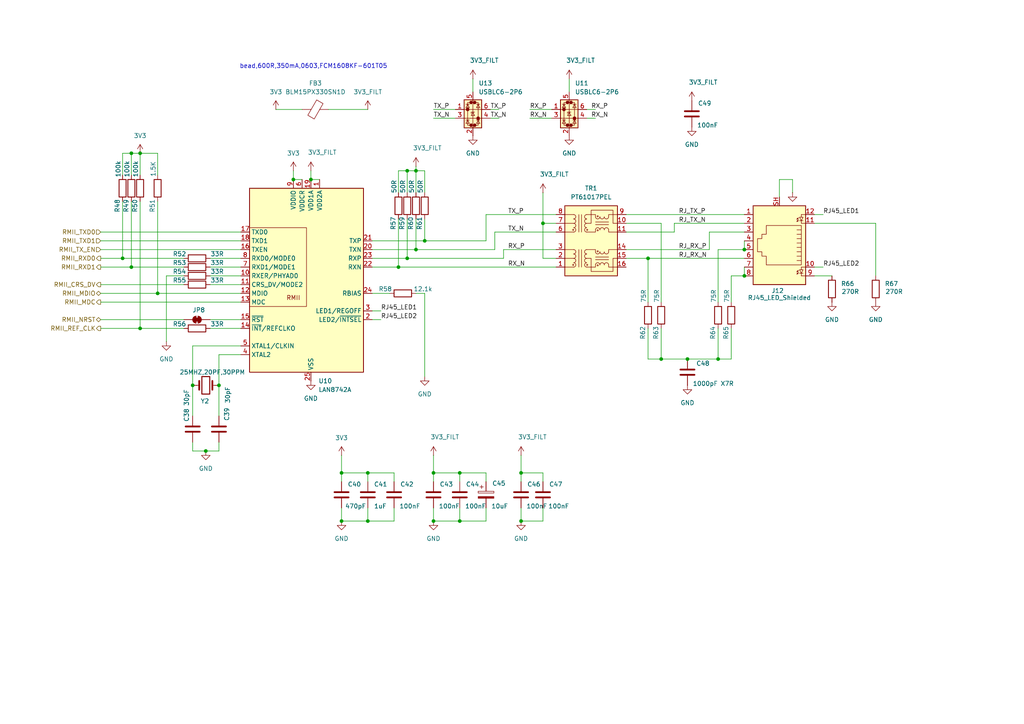
<source format=kicad_sch>
(kicad_sch (version 20231120) (generator "eeschema") (generator_version "8.0")
  (paper "A4")
  (lib_symbols
    (symbol "Connector:RJ45_LED_Shielded" (pin_names (offset 1.016))
      (property "Reference" "J" (at -5.08 13.97 0))
      (property "Value" "RJ45_LED_Shielded" (at 1.27 13.97 0))
      (symbol "RJ45_LED_Shielded_0_1"
        (polyline (pts (xy -7.62 -7.62) (xy -6.35 -7.62)))
        (polyline (pts (xy -7.62 -5.08) (xy -6.35 -5.08)))
        (polyline (pts (xy -7.62 7.62) (xy -6.35 7.62)))
        (polyline (pts (xy -7.62 10.16) (xy -6.35 10.16)))
        (polyline (pts (xy -6.858 -5.842) (xy -5.842 -5.842)))
        (polyline (pts (xy -6.858 9.398) (xy -5.842 9.398)))
        (polyline (pts (xy -6.35 -7.62) (xy -6.35 -6.858)))
        (polyline (pts (xy -6.35 -5.08) (xy -6.35 -5.842)))
        (polyline (pts (xy -6.35 7.62) (xy -6.35 8.382)))
        (polyline (pts (xy -6.35 10.16) (xy -6.35 9.398)))
        (polyline (pts (xy -5.08 -6.223) (xy -5.207 -6.604)))
        (polyline (pts (xy -5.08 -5.588) (xy -5.207 -5.969)))
        (polyline (pts (xy -5.08 4.445) (xy -6.35 4.445)))
        (polyline (pts (xy -5.08 5.715) (xy -6.35 5.715)))
        (polyline (pts (xy -5.08 9.017) (xy -5.207 8.636)))
        (polyline (pts (xy -5.08 9.652) (xy -5.207 9.271)))
        (polyline (pts (xy -6.35 -3.175) (xy -5.08 -3.175) (xy -5.08 -3.175)))
        (polyline (pts (xy -6.35 -1.905) (xy -5.08 -1.905) (xy -5.08 -1.905)))
        (polyline (pts (xy -6.35 -0.635) (xy -5.08 -0.635) (xy -5.08 -0.635)))
        (polyline (pts (xy -6.35 0.635) (xy -5.08 0.635) (xy -5.08 0.635)))
        (polyline (pts (xy -6.35 1.905) (xy -5.08 1.905) (xy -5.08 1.905)))
        (polyline (pts (xy -5.588 -6.731) (xy -5.08 -6.223) (xy -5.461 -6.35)))
        (polyline (pts (xy -5.588 -6.096) (xy -5.08 -5.588) (xy -5.461 -5.715)))
        (polyline (pts (xy -5.588 8.509) (xy -5.08 9.017) (xy -5.461 8.89)))
        (polyline (pts (xy -5.588 9.144) (xy -5.08 9.652) (xy -5.461 9.525)))
        (polyline (pts (xy -5.08 3.175) (xy -6.35 3.175) (xy -6.35 3.175)))
        (polyline (pts (xy -6.35 -5.842) (xy -6.858 -6.858) (xy -5.842 -6.858) (xy -6.35 -5.842)))
        (polyline (pts (xy -6.35 9.398) (xy -6.858 8.382) (xy -5.842 8.382) (xy -6.35 9.398)))
        (polyline (pts (xy -6.35 -4.445) (xy -6.35 6.985) (xy 3.81 6.985) (xy 3.81 4.445) (xy 5.08 4.445) (xy 5.08 3.175) (xy 6.35 3.175) (xy 6.35 -0.635) (xy 5.08 -0.635) (xy 5.08 -1.905) (xy 3.81 -1.905) (xy 3.81 -4.445) (xy -6.35 -4.445) (xy -6.35 -4.445)))
        (rectangle (start 7.62 12.7) (end -7.62 -10.16) (stroke (width 0.254)) (fill (type background)))
      )
      (symbol "RJ45_LED_Shielded_1_1"
        (pin passive line (at 10.16 -7.62 180) (length 2.54) (name "~") (number "1"))
        (pin passive line (at -10.16 7.62 0) (length 2.54) (name "~") (number "10"))
        (pin passive line (at -10.16 -5.08 0) (length 2.54) (name "~") (number "11"))
        (pin passive line (at -10.16 -7.62 0) (length 2.54) (name "~") (number "12"))
        (pin passive line (at 10.16 -5.08 180) (length 2.54) (name "~") (number "2"))
        (pin passive line (at 10.16 -2.54 180) (length 2.54) (name "~") (number "3"))
        (pin passive line (at 10.16 0 180) (length 2.54) (name "~") (number "4"))
        (pin passive line (at 10.16 2.54 180) (length 2.54) (name "~") (number "5"))
        (pin passive line (at 10.16 5.08 180) (length 2.54) (name "~") (number "6"))
        (pin passive line (at 10.16 7.62 180) (length 2.54) (name "~") (number "7"))
        (pin passive line (at 10.16 10.16 180) (length 2.54) (name "~") (number "8"))
        (pin passive line (at -10.16 10.16 0) (length 2.54) (name "~") (number "9"))
        (pin passive line (at 0 -12.7 90) (length 2.54) (name "~") (number "SH"))
      )
    )
    (symbol "Device:C" (pin_numbers hide) (pin_names (offset 0.254))
      (property "Reference" "C" (at 0.635 2.54 0))
      (property "Value" "C" (at 0.635 -2.54 0))
      (symbol "C_0_1"
        (polyline (pts (xy -2.032 -0.762) (xy 2.032 -0.762)) (stroke (width 0.508)))
        (polyline (pts (xy -2.032 0.762) (xy 2.032 0.762)) (stroke (width 0.508)))
      )
      (symbol "C_1_1"
        (pin passive line (at 0 3.81 270) (length 2.794) (name "~") (number "1"))
        (pin passive line (at 0 -3.81 90) (length 2.794) (name "~") (number "2"))
      )
    )
    (symbol "Device:C_Polarized" (pin_numbers hide) (pin_names (offset 0.254))
      (property "Reference" "C" (at 0.635 2.54 0))
      (property "Value" "C_Polarized" (at 0.635 -2.54 0))
      (symbol "C_Polarized_0_1"
        (rectangle (start -2.286 0.508) (end 2.286 1.016))
        (polyline (pts (xy -1.778 2.286) (xy -0.762 2.286)))
        (polyline (pts (xy -1.27 2.794) (xy -1.27 1.778)))
        (rectangle (start 2.286 -0.508) (end -2.286 -1.016) (fill (type outline)))
      )
      (symbol "C_Polarized_1_1"
        (pin passive line (at 0 3.81 270) (length 2.794) (name "~") (number "1"))
        (pin passive line (at 0 -3.81 90) (length 2.794) (name "~") (number "2"))
      )
    )
    (symbol "Device:Crystal" (pin_numbers hide) (pin_names (offset 1.016) hide)
      (property "Reference" "Y" (at 0 3.81 0))
      (property "Value" "Crystal" (at 0 -3.81 0))
      (symbol "Crystal_0_1"
        (rectangle (start -1.143 2.54) (end 1.143 -2.54) (stroke (width 0.3048)))
        (polyline (pts (xy -2.54 0) (xy -1.905 0)))
        (polyline (pts (xy -1.905 -1.27) (xy -1.905 1.27)) (stroke (width 0.508)))
        (polyline (pts (xy 1.905 -1.27) (xy 1.905 1.27)) (stroke (width 0.508)))
        (polyline (pts (xy 2.54 0) (xy 1.905 0)))
      )
      (symbol "Crystal_1_1"
        (pin passive line (at -3.81 0 0) (length 1.27) (name "1") (number "1"))
        (pin passive line (at 3.81 0 180) (length 1.27) (name "2") (number "2"))
      )
    )
    (symbol "Device:FerriteBead" (pin_numbers hide) (pin_names (offset 0))
      (property "Reference" "FB" (at -3.81 0.635 90))
      (property "Value" "FerriteBead" (at 3.81 0 90))
      (symbol "FerriteBead_0_1"
        (polyline (pts (xy 0 -1.27) (xy 0 -1.2192)))
        (polyline (pts (xy 0 1.27) (xy 0 1.2954)))
        (polyline (pts (xy -2.7686 0.4064) (xy -1.7018 2.2606) (xy 2.7686 -0.3048) (xy 1.6764 -2.159) (xy -2.7686 0.4064)))
      )
      (symbol "FerriteBead_1_1"
        (pin passive line (at 0 3.81 270) (length 2.54) (name "~") (number "1"))
        (pin passive line (at 0 -3.81 90) (length 2.54) (name "~") (number "2"))
      )
    )
    (symbol "Device:R" (pin_numbers hide) (pin_names (offset 0))
      (property "Reference" "R" (at 2.032 0 90))
      (property "Value" "R" (at 0 0 90))
      (symbol "R_0_1"
        (rectangle (start -1.016 -2.54) (end 1.016 2.54) (stroke (width 0.254)))
      )
      (symbol "R_1_1"
        (pin passive line (at 0 3.81 270) (length 1.27) (name "~") (number "1"))
        (pin passive line (at 0 -3.81 90) (length 1.27) (name "~") (number "2"))
      )
    )
    (symbol "Interface_Ethernet:LAN8742A"
      (property "Reference" "U" (at -13.97 29.21 0))
      (property "Value" "LAN8742A" (at 15.24 29.21 0))
      (symbol "LAN8742A_0_0"
        (text "RMII" (at -5.08 -3.81 0) (effects (font (size 1.27 1.27))))
      )
      (symbol "LAN8742A_0_1"
        (rectangle (start -17.78 27.94) (end 15.24 -25.4) (stroke (width 0.254)) (fill (type background)))
        (polyline (pts (xy -17.78 -6.35) (xy -1.27 -6.35) (xy -1.27 16.51) (xy -17.78 16.51)))
      )
      (symbol "LAN8742A_1_1"
        (pin power_in line (at 2.54 30.48 270) (length 2.54) (name "VDD2A") (number "1"))
        (pin output line (at -20.32 2.54 0) (length 2.54) (name "RXER/PHYAD0") (number "10"))
        (pin bidirectional line (at -20.32 0 0) (length 2.54) (name "CRS_DV/MODE2") (number "11"))
        (pin bidirectional line (at -20.32 -2.54 0) (length 2.54) (name "MDIO") (number "12"))
        (pin input line (at -20.32 -5.08 0) (length 2.54) (name "MDC") (number "13"))
        (pin output line (at -20.32 -12.7 0) (length 2.54) (name "~{INT}/REFCLKO") (number "14"))
        (pin input line (at -20.32 -10.16 0) (length 2.54) (name "~{RST}") (number "15"))
        (pin input line (at -20.32 10.16 0) (length 2.54) (name "TXEN") (number "16"))
        (pin input line (at -20.32 15.24 0) (length 2.54) (name "TXD0") (number "17"))
        (pin input line (at -20.32 12.7 0) (length 2.54) (name "TXD1") (number "18"))
        (pin power_in line (at 0 30.48 270) (length 2.54) (name "VDD1A") (number "19"))
        (pin bidirectional line (at 17.78 -10.16 180) (length 2.54) (name "LED2/~{INTSEL}") (number "2"))
        (pin passive line (at 17.78 10.16 180) (length 2.54) (name "TXN") (number "20"))
        (pin passive line (at 17.78 12.7 180) (length 2.54) (name "TXP") (number "21"))
        (pin passive line (at 17.78 5.08 180) (length 2.54) (name "RXN") (number "22"))
        (pin passive line (at 17.78 7.62 180) (length 2.54) (name "RXP") (number "23"))
        (pin passive line (at 17.78 -2.54 180) (length 2.54) (name "RBIAS") (number "24"))
        (pin power_in line (at 0 -27.94 90) (length 2.54) (name "VSS") (number "25"))
        (pin bidirectional line (at 17.78 -7.62 180) (length 2.54) (name "LED1/REGOFF") (number "3"))
        (pin output line (at -20.32 -20.32 0) (length 2.54) (name "XTAL2") (number "4"))
        (pin input line (at -20.32 -17.78 0) (length 2.54) (name "XTAL1/CLKIN") (number "5"))
        (pin power_in line (at -2.54 30.48 270) (length 2.54) (name "VDDCR") (number "6"))
        (pin bidirectional line (at -20.32 5.08 0) (length 2.54) (name "RXD1/MODE1") (number "7"))
        (pin bidirectional line (at -20.32 7.62 0) (length 2.54) (name "RXD0/MODE0") (number "8"))
        (pin power_in line (at -5.08 30.48 270) (length 2.54) (name "VDDIO") (number "9"))
      )
    )
    (symbol "Jumper:SolderJumper_2_Bridged" (pin_numbers hide) (pin_names (offset 0) hide) (exclude_from_sim yes) (in_bom no)
      (property "Reference" "JP" (at 0 2.032 0))
      (property "Value" "SolderJumper_2_Bridged" (at 0 -2.54 0))
      (symbol "SolderJumper_2_Bridged_0_1"
        (rectangle (start -0.508 0.508) (end 0.508 -0.508) (fill (type outline)))
        (arc (start -0.254 1.016) (mid -1.2656 0) (end -0.254 -1.016))
        (arc (start -0.254 1.016) (mid -1.2656 0) (end -0.254 -1.016) (fill (type outline)))
        (polyline (pts (xy -0.254 1.016) (xy -0.254 -1.016)))
        (polyline (pts (xy 0.254 1.016) (xy 0.254 -1.016)))
        (arc (start 0.254 -1.016) (mid 1.2656 0) (end 0.254 1.016))
        (arc (start 0.254 -1.016) (mid 1.2656 0) (end 0.254 1.016) (fill (type outline)))
      )
      (symbol "SolderJumper_2_Bridged_1_1"
        (pin passive line (at -3.81 0 0) (length 2.54) (name "A") (number "1"))
        (pin passive line (at 3.81 0 180) (length 2.54) (name "B") (number "2"))
      )
    )
    (symbol "Power_Protection:USBLC6-2P6" (pin_names hide)
      (property "Reference" "U" (at 0.635 5.715 0))
      (property "Value" "USBLC6-2P6" (at 0.635 3.81 0))
      (symbol "USBLC6-2P6_0_0"
        (circle (center -1.524 0) (radius 0.0001) (stroke (width 0.508)))
        (circle (center -0.508 -4.572) (radius 0.0001) (stroke (width 0.508)))
        (circle (center -0.508 2.032) (radius 0.0001) (stroke (width 0.508)))
        (circle (center 0.508 -4.572) (radius 0.0001) (stroke (width 0.508)))
        (circle (center 0.508 2.032) (radius 0.0001) (stroke (width 0.508)))
        (circle (center 1.524 -2.54) (radius 0.0001) (stroke (width 0.508)))
      )
      (symbol "USBLC6-2P6_0_1"
        (polyline (pts (xy -2.54 -2.54) (xy 2.54 -2.54)))
        (polyline (pts (xy -2.54 0) (xy 2.54 0)))
        (polyline (pts (xy -2.032 -3.048) (xy -1.016 -3.048)))
        (polyline (pts (xy -1.016 1.524) (xy -2.032 1.524)))
        (polyline (pts (xy 1.016 -3.048) (xy 2.032 -3.048)))
        (polyline (pts (xy 1.016 1.524) (xy 2.032 1.524)))
        (polyline (pts (xy -0.508 -1.143) (xy -0.508 -0.762) (xy 0.508 -0.762)))
        (polyline (pts (xy -2.032 0.508) (xy -1.016 0.508) (xy -1.524 1.524) (xy -2.032 0.508)))
        (polyline (pts (xy -1.016 -4.064) (xy -2.032 -4.064) (xy -1.524 -3.048) (xy -1.016 -4.064)))
        (polyline (pts (xy 0.508 -1.778) (xy -0.508 -1.778) (xy 0 -0.762) (xy 0.508 -1.778)))
        (polyline (pts (xy 2.032 -4.064) (xy 1.016 -4.064) (xy 1.524 -3.048) (xy 2.032 -4.064)))
        (polyline (pts (xy 2.032 0.508) (xy 1.016 0.508) (xy 1.524 1.524) (xy 2.032 0.508)))
        (polyline (pts (xy 0 2.54) (xy -0.508 2.032) (xy 0.508 2.032) (xy 0 1.524) (xy 0 -4.064) (xy -0.508 -4.572) (xy 0.508 -4.572) (xy 0 -5.08)))
      )
      (symbol "USBLC6-2P6_1_1"
        (rectangle (start -2.54 2.794) (end 2.54 -5.334) (stroke (width 0.254)) (fill (type background)))
        (polyline (pts (xy -0.508 2.032) (xy -1.524 2.032) (xy -1.524 -4.572) (xy -0.508 -4.572)))
        (polyline (pts (xy 0.508 -4.572) (xy 1.524 -4.572) (xy 1.524 2.032) (xy 0.508 2.032)))
        (pin passive line (at -5.08 0 0) (length 2.54) (name "I/O1") (number "1"))
        (pin passive line (at 0 -7.62 90) (length 2.54) (name "GND") (number "2"))
        (pin passive line (at -5.08 -2.54 0) (length 2.54) (name "I/O2") (number "3"))
        (pin passive line (at 5.08 -2.54 180) (length 2.54) (name "I/O2") (number "4"))
        (pin passive line (at 0 5.08 270) (length 2.54) (name "VBUS") (number "5"))
        (pin passive line (at 5.08 0 180) (length 2.54) (name "I/O1") (number "6"))
      )
    )
    (symbol "Transformer:PT61017PEL" (pin_names hide)
      (property "Reference" "TR" (at 0 10.795 0))
      (property "Value" "PT61017PEL" (at 0 -10.795 0))
      (symbol "PT61017PEL_0_1"
        (rectangle (start -7.62 10.16) (end 7.62 -10.16) (stroke (width 0.254)) (fill (type background)))
        (circle (center -5.207 3.175) (radius 0.1778))
        (arc (start -5.08 6.35) (mid -4.4477 6.985) (end -5.08 7.62))
        (polyline (pts (xy -5.08 2.54) (xy -7.62 2.54)))
        (polyline (pts (xy -5.08 5.08) (xy -7.62 5.08)))
        (polyline (pts (xy -5.08 7.62) (xy -7.62 7.62)))
        (polyline (pts (xy -3.556 -2.54) (xy -3.556 -7.62)))
        (polyline (pts (xy -3.556 2.54) (xy -3.556 7.62)))
        (polyline (pts (xy -2.794 -7.62) (xy -2.794 -2.54)))
        (polyline (pts (xy -2.794 7.62) (xy -2.794 2.54)))
        (polyline (pts (xy 1.27 4.699) (xy 5.08 4.699)))
        (polyline (pts (xy 1.27 5.461) (xy 5.08 5.461)))
        (polyline (pts (xy -1.27 2.54) (xy 1.27 2.54) (xy 1.27 3.175)))
        (polyline (pts (xy 1.27 6.985) (xy 1.27 7.62) (xy -1.27 7.62)))
        (polyline (pts (xy 5.08 3.175) (xy 5.08 2.54) (xy 7.62 2.54)))
        (polyline (pts (xy 5.08 6.985) (xy 5.08 7.62) (xy 7.62 7.62)))
        (polyline (pts (xy -1.27 5.08) (xy 0 5.08) (xy 0 8.89) (xy 6.35 8.89) (xy 6.35 5.08) (xy 7.62 5.08)))
      )
      (symbol "PT61017PEL_1_1"
        (circle (center -5.207 -6.985) (radius 0.1778))
        (arc (start -5.08 -7.62) (mid -4.4477 -6.985) (end -5.08 -6.35))
        (arc (start -5.08 -6.35) (mid -4.4477 -5.715) (end -5.08 -5.08))
        (arc (start -5.08 -5.08) (mid -4.4477 -4.445) (end -5.08 -3.81))
        (arc (start -5.08 -3.81) (mid -4.4477 -3.175) (end -5.08 -2.54))
        (arc (start -5.08 2.54) (mid -4.4477 3.175) (end -5.08 3.81))
        (arc (start -5.08 3.81) (mid -4.4477 4.445) (end -5.08 5.08))
        (arc (start -5.08 5.08) (mid -4.4477 5.715) (end -5.08 6.35))
        (arc (start -1.27 -6.35) (mid -1.9023 -6.985) (end -1.27 -7.62))
        (arc (start -1.27 -5.08) (mid -1.9023 -5.715) (end -1.27 -6.35))
        (arc (start -1.27 -3.81) (mid -1.9023 -4.445) (end -1.27 -5.08))
        (arc (start -1.27 -2.54) (mid -1.9023 -3.175) (end -1.27 -3.81))
        (arc (start -1.27 3.81) (mid -1.9023 3.175) (end -1.27 2.54))
        (arc (start -1.27 5.08) (mid -1.9023 4.445) (end -1.27 3.81))
        (arc (start -1.27 6.35) (mid -1.9023 5.715) (end -1.27 5.08))
        (arc (start -1.27 7.62) (mid -1.9023 6.985) (end -1.27 6.35))
        (circle (center -1.143 -6.985) (radius 0.1778))
        (circle (center -1.143 3.175) (radius 0.1778))
        (polyline (pts (xy -5.08 -7.62) (xy -7.62 -7.62)))
        (polyline (pts (xy -5.08 -5.08) (xy -7.62 -5.08)))
        (polyline (pts (xy -5.08 -2.54) (xy -7.62 -2.54)))
        (polyline (pts (xy 1.27 -5.461) (xy 5.08 -5.461)))
        (polyline (pts (xy 1.27 -4.699) (xy 5.08 -4.699)))
        (polyline (pts (xy -1.27 -7.62) (xy 1.27 -7.62) (xy 1.27 -6.985)))
        (polyline (pts (xy 1.27 -3.175) (xy 1.27 -2.54) (xy -1.27 -2.54)))
        (polyline (pts (xy 5.08 -6.985) (xy 5.08 -7.62) (xy 7.62 -7.62)))
        (polyline (pts (xy 5.08 -3.175) (xy 5.08 -2.54) (xy 7.62 -2.54)))
        (polyline (pts (xy 7.62 -5.08) (xy 6.35 -5.08) (xy 6.35 -8.89) (xy 0 -8.89) (xy 0 -5.08) (xy -1.27 -5.08)))
        (arc (start 1.27 -3.175) (mid 1.905 -3.8073) (end 2.54 -3.175))
        (arc (start 1.27 6.985) (mid 1.905 6.3527) (end 2.54 6.985))
        (circle (center 1.905 -7.112) (radius 0.1778))
        (circle (center 1.905 -3.048) (radius 0.1778))
        (circle (center 1.905 3.048) (radius 0.1778))
        (circle (center 1.905 7.112) (radius 0.1778))
        (arc (start 2.54 -6.985) (mid 1.905 -6.3527) (end 1.27 -6.985))
        (arc (start 2.54 -3.175) (mid 3.175 -3.8073) (end 3.81 -3.175))
        (arc (start 2.54 3.175) (mid 1.905 3.8073) (end 1.27 3.175))
        (arc (start 2.54 6.985) (mid 3.175 6.3527) (end 3.81 6.985))
        (arc (start 3.81 -6.985) (mid 3.175 -6.3527) (end 2.54 -6.985))
        (arc (start 3.81 -3.175) (mid 4.445 -3.8073) (end 5.08 -3.175))
        (arc (start 3.81 3.175) (mid 3.175 3.8073) (end 2.54 3.175))
        (arc (start 3.81 6.985) (mid 4.445 6.3527) (end 5.08 6.985))
        (arc (start 5.08 -6.985) (mid 4.445 -6.3527) (end 3.81 -6.985))
        (arc (start 5.08 3.175) (mid 4.445 3.8073) (end 3.81 3.175))
        (pin passive line (at -10.16 -7.62 0) (length 2.54) (name "TD+") (number "1"))
        (pin passive line (at 10.16 5.08 180) (length 2.54) (name "C_RX") (number "10"))
        (pin passive line (at 10.16 2.54 180) (length 2.54) (name "RX+") (number "11"))
        (pin passive line (at 10.16 -2.54 180) (length 2.54) (name "TX-") (number "14"))
        (pin passive line (at 10.16 -5.08 180) (length 2.54) (name "C_TX") (number "15"))
        (pin passive line (at 10.16 -7.62 180) (length 2.54) (name "TX+") (number "16"))
        (pin passive line (at -10.16 -5.08 0) (length 2.54) (name "C_TD") (number "2"))
        (pin passive line (at -10.16 -2.54 0) (length 2.54) (name "TD-") (number "3"))
        (pin passive line (at -10.16 2.54 0) (length 2.54) (name "RD+") (number "6"))
        (pin passive line (at -10.16 5.08 0) (length 2.54) (name "C_RD") (number "7"))
        (pin passive line (at -10.16 7.62 0) (length 2.54) (name "RD-") (number "8"))
        (pin passive line (at 10.16 7.62 180) (length 2.54) (name "RX-") (number "9"))
      )
    )
    (symbol "power:+3V3" (power) (pin_numbers hide) (pin_names (offset 0) hide)
      (property "Value" "+3V3" (at 0 3.556 0))
      (symbol "+3V3_0_1"
        (polyline (pts (xy -0.762 1.27) (xy 0 2.54)))
        (polyline (pts (xy 0 0) (xy 0 2.54)))
        (polyline (pts (xy 0 2.54) (xy 0.762 1.27)))
      )
      (symbol "+3V3_1_1"
        (pin power_in line (at 0 0 90) (length 0) (name "~") (number "1"))
      )
    )
    (symbol "power:GND" (power) (pin_numbers hide) (pin_names (offset 0) hide)
      (property "Value" "GND" (at 0 -3.81 0))
      (symbol "GND_0_1"
        (polyline (pts (xy 0 0) (xy 0 -1.27) (xy 1.27 -1.27) (xy 0 -2.54) (xy -1.27 -1.27) (xy 0 -1.27)))
      )
      (symbol "GND_1_1"
        (pin power_in line (at 0 0 270) (length 0) (name "~") (number "1"))
      )
    )
  )
  (junction (at 106.68 151.13))
  (junction (at 208.28 104.14))
  (junction (at 118.11 49.53))
  (junction (at 199.39 104.14))
  (junction (at 55.88 111.76))
  (junction (at 38.1 44.45))
  (junction (at 157.48 64.77))
  (junction (at 191.77 104.14))
  (junction (at 45.72 85.09))
  (junction (at 85.09 52.07))
  (junction (at 125.73 137.16))
  (junction (at 115.57 77.47))
  (junction (at 120.65 49.53))
  (junction (at 215.9 72.39))
  (junction (at 123.19 69.85))
  (junction (at 40.64 95.25))
  (junction (at 215.9 80.01))
  (junction (at 133.35 151.13))
  (junction (at 151.13 151.13))
  (junction (at 187.96 74.93))
  (junction (at 59.69 130.81))
  (junction (at 133.35 137.16))
  (junction (at 151.13 137.16))
  (junction (at 118.11 74.93))
  (junction (at 38.1 77.47))
  (junction (at 99.06 151.13))
  (junction (at 35.56 74.93))
  (junction (at 125.73 151.13))
  (junction (at 106.68 137.16))
  (junction (at 63.5 111.76))
  (junction (at 120.65 72.39))
  (junction (at 99.06 137.16))
  (junction (at 40.64 44.45))
  (junction (at 90.17 52.07))
  (wire (pts (xy 45.72 44.45) (xy 45.72 50.8)))
  (wire (pts (xy 191.77 104.14) (xy 199.39 104.14)))
  (wire (pts (xy 107.95 72.39) (xy 120.65 72.39)))
  (wire (pts (xy 165.1 22.86) (xy 165.1 26.67)))
  (wire (pts (xy 133.35 151.13) (xy 133.35 147.32)))
  (wire (pts (xy 140.97 137.16) (xy 133.35 137.16)))
  (wire (pts (xy 29.21 67.31) (xy 69.85 67.31)))
  (wire (pts (xy 133.35 139.7) (xy 133.35 137.16)))
  (wire (pts (xy 195.58 67.31) (xy 195.58 64.77)))
  (wire (pts (xy 143.51 67.31) (xy 161.29 67.31)))
  (wire (pts (xy 99.06 139.7) (xy 99.06 137.16)))
  (wire (pts (xy 115.57 77.47) (xy 161.29 77.47)))
  (wire (pts (xy 35.56 74.93) (xy 53.34 74.93)))
  (wire (pts (xy 142.24 31.75) (xy 144.78 31.75)))
  (wire (pts (xy 107.95 90.17) (xy 110.49 90.17)))
  (wire (pts (xy 40.64 44.45) (xy 45.72 44.45)))
  (wire (pts (xy 80.01 31.75) (xy 87.63 31.75)))
  (wire (pts (xy 106.68 151.13) (xy 114.3 151.13)))
  (wire (pts (xy 29.21 74.93) (xy 35.56 74.93)))
  (wire (pts (xy 90.17 52.07) (xy 92.71 52.07)))
  (wire (pts (xy 120.65 48.26) (xy 120.65 49.53)))
  (wire (pts (xy 181.61 74.93) (xy 187.96 74.93)))
  (wire (pts (xy 38.1 44.45) (xy 35.56 44.45)))
  (wire (pts (xy 215.9 62.23) (xy 181.61 62.23)))
  (wire (pts (xy 118.11 49.53) (xy 120.65 49.53)))
  (wire (pts (xy 123.19 69.85) (xy 107.95 69.85)))
  (wire (pts (xy 40.64 95.25) (xy 53.34 95.25)))
  (wire (pts (xy 151.13 147.32) (xy 151.13 151.13)))
  (wire (pts (xy 254 64.77) (xy 254 80.01)))
  (wire (pts (xy 229.87 52.07) (xy 229.87 55.88)))
  (wire (pts (xy 29.21 82.55) (xy 53.34 82.55)))
  (wire (pts (xy 63.5 111.76) (xy 63.5 102.87)))
  (wire (pts (xy 215.9 77.47) (xy 215.9 80.01)))
  (wire (pts (xy 38.1 58.42) (xy 38.1 77.47)))
  (wire (pts (xy 151.13 151.13) (xy 157.48 151.13)))
  (wire (pts (xy 85.09 52.07) (xy 87.63 52.07)))
  (wire (pts (xy 125.73 31.75) (xy 132.08 31.75)))
  (wire (pts (xy 99.06 137.16) (xy 106.68 137.16)))
  (wire (pts (xy 123.19 49.53) (xy 123.19 55.88)))
  (wire (pts (xy 208.28 104.14) (xy 212.09 104.14)))
  (wire (pts (xy 63.5 130.81) (xy 63.5 128.27)))
  (wire (pts (xy 208.28 72.39) (xy 208.28 87.63)))
  (wire (pts (xy 63.5 102.87) (xy 69.85 102.87)))
  (wire (pts (xy 40.64 58.42) (xy 40.64 95.25)))
  (wire (pts (xy 29.21 77.47) (xy 38.1 77.47)))
  (wire (pts (xy 107.95 77.47) (xy 115.57 77.47)))
  (wire (pts (xy 205.74 72.39) (xy 181.61 72.39)))
  (wire (pts (xy 157.48 151.13) (xy 157.48 147.32)))
  (wire (pts (xy 146.05 72.39) (xy 161.29 72.39)))
  (wire (pts (xy 35.56 44.45) (xy 35.56 50.8)))
  (wire (pts (xy 60.96 95.25) (xy 69.85 95.25)))
  (wire (pts (xy 195.58 64.77) (xy 215.9 64.77)))
  (wire (pts (xy 29.21 85.09) (xy 45.72 85.09)))
  (wire (pts (xy 151.13 132.08) (xy 151.13 137.16)))
  (wire (pts (xy 115.57 49.53) (xy 118.11 49.53)))
  (wire (pts (xy 151.13 139.7) (xy 151.13 137.16)))
  (wire (pts (xy 157.48 64.77) (xy 157.48 74.93)))
  (wire (pts (xy 140.97 69.85) (xy 123.19 69.85)))
  (wire (pts (xy 187.96 74.93) (xy 187.96 87.63)))
  (wire (pts (xy 59.69 130.81) (xy 63.5 130.81)))
  (wire (pts (xy 187.96 104.14) (xy 191.77 104.14)))
  (wire (pts (xy 142.24 34.29) (xy 144.78 34.29)))
  (wire (pts (xy 120.65 63.5) (xy 120.65 72.39)))
  (wire (pts (xy 107.95 92.71) (xy 110.49 92.71)))
  (wire (pts (xy 115.57 55.88) (xy 115.57 49.53)))
  (wire (pts (xy 125.73 139.7) (xy 125.73 137.16)))
  (wire (pts (xy 55.88 128.27) (xy 55.88 130.81)))
  (wire (pts (xy 118.11 49.53) (xy 118.11 55.88)))
  (wire (pts (xy 187.96 74.93) (xy 215.9 74.93)))
  (wire (pts (xy 212.09 95.25) (xy 212.09 104.14)))
  (wire (pts (xy 45.72 58.42) (xy 45.72 85.09)))
  (wire (pts (xy 140.97 62.23) (xy 161.29 62.23)))
  (wire (pts (xy 191.77 95.25) (xy 191.77 104.14)))
  (wire (pts (xy 157.48 64.77) (xy 161.29 64.77)))
  (wire (pts (xy 125.73 34.29) (xy 132.08 34.29)))
  (wire (pts (xy 226.06 52.07) (xy 229.87 52.07)))
  (wire (pts (xy 107.95 74.93) (xy 118.11 74.93)))
  (wire (pts (xy 226.06 57.15) (xy 226.06 52.07)))
  (wire (pts (xy 170.18 34.29) (xy 172.72 34.29)))
  (wire (pts (xy 212.09 87.63) (xy 212.09 80.01)))
  (wire (pts (xy 107.95 85.09) (xy 113.03 85.09)))
  (wire (pts (xy 48.26 80.01) (xy 48.26 99.06)))
  (wire (pts (xy 153.67 31.75) (xy 160.02 31.75)))
  (wire (pts (xy 35.56 58.42) (xy 35.56 74.93)))
  (wire (pts (xy 120.65 49.53) (xy 120.65 55.88)))
  (wire (pts (xy 29.21 69.85) (xy 69.85 69.85)))
  (wire (pts (xy 115.57 63.5) (xy 115.57 77.47)))
  (wire (pts (xy 120.65 49.53) (xy 123.19 49.53)))
  (wire (pts (xy 236.22 64.77) (xy 254 64.77)))
  (wire (pts (xy 114.3 137.16) (xy 106.68 137.16)))
  (wire (pts (xy 99.06 147.32) (xy 99.06 151.13)))
  (wire (pts (xy 153.67 34.29) (xy 160.02 34.29)))
  (wire (pts (xy 181.61 67.31) (xy 195.58 67.31)))
  (wire (pts (xy 123.19 85.09) (xy 123.19 109.22)))
  (wire (pts (xy 236.22 62.23) (xy 238.76 62.23)))
  (wire (pts (xy 137.16 22.86) (xy 137.16 26.67)))
  (wire (pts (xy 114.3 139.7) (xy 114.3 137.16)))
  (wire (pts (xy 143.51 72.39) (xy 143.51 67.31)))
  (wire (pts (xy 120.65 85.09) (xy 123.19 85.09)))
  (wire (pts (xy 55.88 100.33) (xy 55.88 111.76)))
  (wire (pts (xy 29.21 87.63) (xy 69.85 87.63)))
  (wire (pts (xy 140.97 151.13) (xy 140.97 147.32)))
  (wire (pts (xy 187.96 95.25) (xy 187.96 104.14)))
  (wire (pts (xy 106.68 139.7) (xy 106.68 137.16)))
  (wire (pts (xy 29.21 95.25) (xy 40.64 95.25)))
  (wire (pts (xy 29.21 72.39) (xy 69.85 72.39)))
  (wire (pts (xy 40.64 44.45) (xy 40.64 50.8)))
  (wire (pts (xy 181.61 64.77) (xy 191.77 64.77)))
  (wire (pts (xy 140.97 139.7) (xy 140.97 137.16)))
  (wire (pts (xy 38.1 44.45) (xy 38.1 50.8)))
  (wire (pts (xy 55.88 120.65) (xy 55.88 111.76)))
  (wire (pts (xy 191.77 64.77) (xy 191.77 87.63)))
  (wire (pts (xy 125.73 132.08) (xy 125.73 137.16)))
  (wire (pts (xy 118.11 63.5) (xy 118.11 74.93)))
  (wire (pts (xy 205.74 67.31) (xy 205.74 72.39)))
  (wire (pts (xy 99.06 151.13) (xy 106.68 151.13)))
  (wire (pts (xy 157.48 137.16) (xy 151.13 137.16)))
  (wire (pts (xy 106.68 151.13) (xy 106.68 147.32)))
  (wire (pts (xy 60.96 92.71) (xy 69.85 92.71)))
  (wire (pts (xy 199.39 104.14) (xy 208.28 104.14)))
  (wire (pts (xy 146.05 74.93) (xy 146.05 72.39)))
  (wire (pts (xy 125.73 151.13) (xy 133.35 151.13)))
  (wire (pts (xy 215.9 69.85) (xy 215.9 72.39)))
  (wire (pts (xy 53.34 80.01) (xy 48.26 80.01)))
  (wire (pts (xy 99.06 132.08) (xy 99.06 137.16)))
  (wire (pts (xy 208.28 95.25) (xy 208.28 104.14)))
  (wire (pts (xy 55.88 130.81) (xy 59.69 130.81)))
  (wire (pts (xy 60.96 82.55) (xy 69.85 82.55)))
  (wire (pts (xy 140.97 69.85) (xy 140.97 62.23)))
  (wire (pts (xy 157.48 139.7) (xy 157.48 137.16)))
  (wire (pts (xy 85.09 49.53) (xy 85.09 52.07)))
  (wire (pts (xy 123.19 63.5) (xy 123.19 69.85)))
  (wire (pts (xy 118.11 74.93) (xy 146.05 74.93)))
  (wire (pts (xy 60.96 80.01) (xy 69.85 80.01)))
  (wire (pts (xy 170.18 31.75) (xy 172.72 31.75)))
  (wire (pts (xy 120.65 72.39) (xy 143.51 72.39)))
  (wire (pts (xy 157.48 74.93) (xy 161.29 74.93)))
  (wire (pts (xy 40.64 44.45) (xy 38.1 44.45)))
  (wire (pts (xy 29.21 92.71) (xy 53.34 92.71)))
  (wire (pts (xy 90.17 49.53) (xy 90.17 52.07)))
  (wire (pts (xy 60.96 77.47) (xy 69.85 77.47)))
  (wire (pts (xy 38.1 77.47) (xy 53.34 77.47)))
  (wire (pts (xy 236.22 77.47) (xy 238.76 77.47)))
  (wire (pts (xy 215.9 67.31) (xy 205.74 67.31)))
  (wire (pts (xy 69.85 100.33) (xy 55.88 100.33)))
  (wire (pts (xy 114.3 147.32) (xy 114.3 151.13)))
  (wire (pts (xy 157.48 55.88) (xy 157.48 64.77)))
  (wire (pts (xy 133.35 151.13) (xy 140.97 151.13)))
  (wire (pts (xy 125.73 147.32) (xy 125.73 151.13)))
  (wire (pts (xy 236.22 80.01) (xy 241.3 80.01)))
  (wire (pts (xy 106.68 31.75) (xy 95.25 31.75)))
  (wire (pts (xy 45.72 85.09) (xy 69.85 85.09)))
  (wire (pts (xy 212.09 80.01) (xy 215.9 80.01)))
  (wire (pts (xy 125.73 137.16) (xy 133.35 137.16)))
  (wire (pts (xy 60.96 74.93) (xy 69.85 74.93)))
  (wire (pts (xy 63.5 120.65) (xy 63.5 111.76)))
  (wire (pts (xy 215.9 72.39) (xy 208.28 72.39)))
  (text "bead,600R,350mA,0603,FCM1608KF-601T05" (at 90.932 19.304 0) (effects (font (size 1.27 1.27))))
  (label "RJ45_LED1" (at 110.49 90.17 0))
  (label "RX_N" (at 153.67 34.29 0))
  (label "RJ45_LED1" (at 238.76 62.23 0))
  (label "RJ_TX_P" (at 196.85 62.23 0))
  (label "RX_N" (at 171.45 34.29 0))
  (label "TX_N" (at 142.24 34.29 0))
  (label "RJ_RX_N" (at 196.85 74.93 0))
  (label "RJ_TX_N" (at 196.85 64.77 0))
  (label "TX_N" (at 147.32 67.31 0))
  (label "RJ45_LED2" (at 238.76 77.47 0))
  (label "RX_P" (at 147.32 72.39 0))
  (label "RJ_RX_P" (at 196.85 72.39 0))
  (label "RX_P" (at 171.45 31.75 0))
  (label "RX_P" (at 153.67 31.75 0))
  (label "RX_N" (at 147.32 77.47 0))
  (label "RJ45_LED2" (at 110.49 92.71 0))
  (label "TX_P" (at 147.32 62.23 0))
  (label "TX_P" (at 125.73 31.75 0))
  (label "TX_N" (at 125.73 34.29 0))
  (label "TX_P" (at 142.24 31.75 0))
  (hierarchical_label "RMII_MDC" (shape output) (at 29.21 87.63 180))
  (hierarchical_label "RMII_NRST" (shape bidirectional) (at 29.21 92.71 180))
  (hierarchical_label "RMII_RXD1" (shape output) (at 29.21 77.47 180))
  (hierarchical_label "RMII_TX_EN" (shape input) (at 29.21 72.39 180))
  (hierarchical_label "RMII_REF_CLK" (shape output) (at 29.21 95.25 180))
  (hierarchical_label "RMII_RXD0" (shape output) (at 29.21 74.93 180))
  (hierarchical_label "RMII_MDIO" (shape bidirectional) (at 29.21 85.09 180))
  (hierarchical_label "RMII_TXD0" (shape input) (at 29.21 67.31 180))
  (hierarchical_label "RMII_TXD1" (shape input) (at 29.21 69.85 180))
  (hierarchical_label "RMII_CRS_DV" (shape output) (at 29.21 82.55 180))
  (symbol (lib_id "power:+3V3") (at 125.73 132.08 0) (unit 1)
    (property "Reference" "#PWR0106" (effects (hide yes)))
    (property "Value" "3V3_FILT" (at 129.032 126.746 0))
    (property "Description" "Power symbol creates a global label with name \"+3V3\"" (effects (hide yes)))
  )
  (symbol (lib_id "Device:C") (at 106.68 143.51 0) (unit 1)
    (property "Reference" "C41" (at 108.458 140.462 0) (effects (justify left)))
    (property "Value" "1uF" (at 108.458 146.812 0) (effects (justify left)))
    (property "Footprint" "Capacitor_SMD:C_0805_2012Metric" (effects (hide yes)))
    (property "Description" "Unpolarized capacitor" (effects (hide yes)))
    (property "RefNum" "_generic_" (effects (hide yes)))
  )
  (symbol (lib_id "power:GND") (at 254 87.63 0) (unit 1)
    (property "Reference" "#PWR0118" (effects (hide yes)))
    (property "Value" "GND" (at 254 92.71 0))
    (property "Description" "Power symbol creates a global label with name \"GND\" , ground" (effects (hide yes)))
  )
  (symbol (lib_id "Device:R") (at 35.56 54.61 180) (unit 1)
    (property "Reference" "R48" (at 34.036 59.69 90))
    (property "Value" "100k" (at 34.29 49.022 90))
    (property "Footprint" "Resistor_SMD:R_0402_1005Metric" (effects (hide yes)))
    (property "Description" "Resistor" (effects (hide yes)))
    (property "RefNum" "_generic_" (effects (hide yes)))
  )
  (symbol (lib_id "Device:R") (at 57.15 82.55 90) (unit 1)
    (property "Reference" "R55" (at 52.07 81.28 90))
    (property "Value" "33R" (at 62.992 81.28 90))
    (property "Footprint" "Resistor_SMD:R_0402_1005Metric" (effects (hide yes)))
    (property "Description" "Resistor" (effects (hide yes)))
    (property "RefNum" "_generic_" (effects (hide yes)))
  )
  (symbol (lib_id "Power_Protection:USBLC6-2P6") (at 165.1 31.75 0) (unit 1) (exclude_from_sim yes)
    (property "Reference" "U11" (at 166.7511 24.13 0) (effects (justify left)))
    (property "Value" "USBLC6-2P6" (at 166.7511 26.67 0) (effects (justify left)))
    (property "Footprint" "Package_TO_SOT_SMD:SOT-666" (effects (hide yes)))
    (property "Datasheet" "https://www.st.com/resource/en/datasheet/usblc6-2.pdf" (effects (hide yes)))
    (property "Description" "Very low capacitance ESD protection diode, 2 data-line, SOT-666" (effects (hide yes)))
    (property "Manufacturer" "STMicroelectronics" (effects (hide yes)))
    (property "RefNum" "USBLC6-2P6" (effects (hide yes)))
  )
  (symbol (lib_id "power:GND") (at 200.66 36.83 0) (unit 1)
    (property "Reference" "#PWR0115" (effects (hide yes)))
    (property "Value" "GND" (at 200.66 41.91 0))
    (property "Description" "Power symbol creates a global label with name \"GND\" , ground" (effects (hide yes)))
  )
  (symbol (lib_id "power:+3V3") (at 99.06 132.08 0) (unit 1)
    (property "Reference" "#PWR0101" (effects (hide yes)))
    (property "Value" "3V3" (at 99.06 127 0))
    (property "Description" "Power symbol creates a global label with name \"+3V3\"" (effects (hide yes)))
  )
  (symbol (lib_id "Device:R") (at 57.15 80.01 90) (unit 1)
    (property "Reference" "R54" (at 52.07 78.74 90))
    (property "Value" "33R" (at 62.992 78.74 90))
    (property "Footprint" "Resistor_SMD:R_0402_1005Metric" (effects (hide yes)))
    (property "Description" "Resistor" (effects (hide yes)))
    (property "RefNum" "_generic_" (effects (hide yes)))
  )
  (symbol (lib_id "Device:C") (at 99.06 143.51 0) (unit 1)
    (property "Reference" "C40" (at 100.838 140.462 0) (effects (justify left)))
    (property "Value" "470pF" (at 100.076 146.812 0) (effects (justify left)))
    (property "Footprint" "Capacitor_SMD:C_0402_1005Metric" (effects (hide yes)))
    (property "Description" "Unpolarized capacitor" (effects (hide yes)))
    (property "RefNum" "_generic_" (effects (hide yes)))
  )
  (symbol (lib_id "power:+3V3") (at 157.48 55.88 0) (unit 1)
    (property "Reference" "#PWR0110" (effects (hide yes)))
    (property "Value" "3V3_FILT" (at 160.782 50.546 0))
    (property "Description" "Power symbol creates a global label with name \"+3V3\"" (effects (hide yes)))
  )
  (symbol (lib_id "power:+3V3") (at 120.65 48.26 0) (unit 1)
    (property "Reference" "#PWR0104" (effects (hide yes)))
    (property "Value" "3V3_FILT" (at 123.952 42.926 0))
    (property "Description" "Power symbol creates a global label with name \"+3V3\"" (effects (hide yes)))
  )
  (symbol (lib_id "Device:R") (at 57.15 74.93 90) (unit 1)
    (property "Reference" "R52" (at 52.07 73.66 90))
    (property "Value" "33R" (at 62.992 73.66 90))
    (property "Footprint" "Resistor_SMD:R_0402_1005Metric" (effects (hide yes)))
    (property "Description" "Resistor" (effects (hide yes)))
    (property "RefNum" "_generic_" (effects (hide yes)))
  )
  (symbol (lib_id "Device:R") (at 57.15 77.47 90) (unit 1)
    (property "Reference" "R53" (at 52.07 76.2 90))
    (property "Value" "33R" (at 62.992 76.2 90))
    (property "Footprint" "Resistor_SMD:R_0402_1005Metric" (effects (hide yes)))
    (property "Description" "Resistor" (effects (hide yes)))
    (property "RefNum" "_generic_" (effects (hide yes)))
  )
  (symbol (lib_id "Device:R") (at 187.96 91.44 180) (unit 1)
    (property "Reference" "R62" (at 186.436 96.52 90))
    (property "Value" "75R" (at 186.69 85.852 90))
    (property "Footprint" "Resistor_SMD:R_0402_1005Metric" (effects (hide yes)))
    (property "Description" "Resistor" (effects (hide yes)))
    (property "RefNum" "_generic_" (effects (hide yes)))
  )
  (symbol (lib_id "Device:C") (at 55.88 124.46 180) (unit 1)
    (property "Reference" "C38" (at 54.102 120.396 90))
    (property "Value" "30pF" (at 54.102 115.316 90))
    (property "Footprint" "Capacitor_SMD:C_0402_1005Metric" (effects (hide yes)))
    (property "Description" "Unpolarized capacitor" (effects (hide yes)))
    (property "RefNum" "_generic_" (effects (hide yes)))
  )
  (symbol (lib_id "Device:R") (at 115.57 59.69 180) (unit 1)
    (property "Reference" "R57" (at 114.046 64.77 90))
    (property "Value" "50R" (at 114.3 54.102 90))
    (property "Footprint" "Resistor_SMD:R_0402_1005Metric" (effects (hide yes)))
    (property "Description" "Resistor" (effects (hide yes)))
    (property "RefNum" "_generic_" (effects (hide yes)))
  )
  (symbol (lib_id "Device:C") (at 63.5 124.46 180) (unit 1)
    (property "Reference" "C39" (at 65.786 120.142 90))
    (property "Value" "30pF" (at 66.04 114.554 90))
    (property "Footprint" "Capacitor_SMD:C_0402_1005Metric" (effects (hide yes)))
    (property "Description" "Unpolarized capacitor" (effects (hide yes)))
    (property "RefNum" "_generic_" (effects (hide yes)))
  )
  (symbol (lib_id "Device:R") (at 241.3 83.82 180) (unit 1)
    (property "Reference" "R66" (at 245.872 82.296 0))
    (property "Value" "270R" (at 246.634 84.582 0))
    (property "Footprint" "Resistor_SMD:R_0402_1005Metric" (effects (hide yes)))
    (property "Description" "Resistor" (effects (hide yes)))
    (property "RefNum" "_generic_" (effects (hide yes)))
  )
  (symbol (lib_id "Device:C_Polarized") (at 140.97 143.51 0) (unit 1)
    (property "Reference" "C45" (at 142.748 140.208 0) (effects (justify left)))
    (property "Value" "10uF" (at 142.494 146.812 0) (effects (justify left)))
    (property "Footprint" "Capacitor_SMD:CP_Elec_4x5.4" (effects (hide yes)))
    (property "Description" "Polarized capacitor" (effects (hide yes)))
    (property "Manufacturer" "Roqang" (effects (hide yes)))
    (property "RefNum" "RVT1V100M0405" (effects (hide yes)))
  )
  (symbol (lib_id "Device:C") (at 125.73 143.51 0) (unit 1)
    (property "Reference" "C43" (at 127.508 140.462 0) (effects (justify left)))
    (property "Value" "100nF" (at 127.254 146.812 0) (effects (justify left)))
    (property "Footprint" "Capacitor_SMD:C_0402_1005Metric" (effects (hide yes)))
    (property "Description" "Unpolarized capacitor" (effects (hide yes)))
    (property "RefNum" "_generic_" (effects (hide yes)))
  )
  (symbol (lib_id "Device:C") (at 199.39 107.95 0) (unit 1) (exclude_from_sim yes)
    (property "Reference" "C48" (at 201.93 105.41 0) (effects (justify left)))
    (property "Value" "1000pF X7R" (at 200.914 111.252 0) (effects (justify left)))
    (property "Footprint" "Capacitor_SMD:C_0402_1005Metric" (effects (hide yes)))
    (property "Description" "Unpolarized capacitor" (effects (hide yes)))
    (property "RefNum" "_generic_" (effects (hide yes)))
  )
  (symbol (lib_id "power:GND") (at 123.19 109.22 0) (unit 1)
    (property "Reference" "#PWR0105" (effects (hide yes)))
    (property "Value" "GND" (at 123.19 114.3 0))
    (property "Description" "Power symbol creates a global label with name \"GND\" , ground" (effects (hide yes)))
  )
  (symbol (lib_id "Device:R") (at 120.65 59.69 180) (unit 1)
    (property "Reference" "R60" (at 119.126 64.77 90))
    (property "Value" "50R" (at 119.38 54.102 90))
    (property "Footprint" "Resistor_SMD:R_0402_1005Metric" (effects (hide yes)))
    (property "Description" "Resistor" (effects (hide yes)))
    (property "RefNum" "_generic_" (effects (hide yes)))
  )
  (symbol (lib_id "power:GND") (at 59.69 130.81 0) (unit 1)
    (property "Reference" "#PWR096" (effects (hide yes)))
    (property "Value" "GND" (at 59.69 135.89 0))
    (property "Description" "Power symbol creates a global label with name \"GND\" , ground" (effects (hide yes)))
  )
  (symbol (lib_id "Device:R") (at 116.84 85.09 90) (unit 1)
    (property "Reference" "R58" (at 111.76 83.82 90))
    (property "Value" "12.1k" (at 122.682 83.82 90))
    (property "Footprint" "Resistor_SMD:R_0402_1005Metric" (effects (hide yes)))
    (property "Description" "Resistor" (effects (hide yes)))
    (property "RefNum" "_generic_" (effects (hide yes)))
  )
  (symbol (lib_id "Jumper:SolderJumper_2_Bridged") (at 57.15 92.71 180) (unit 1) (exclude_from_sim yes) (in_bom no)
    (property "Reference" "JP8" (at 57.658 89.916 0))
    (property "Value" "SolderJumper_2_Bridged" (effects (hide yes)))
    (property "Footprint" "asynthosc:SolderJumper_0402_1005Metric_Bridged" (effects (hide yes)))
    (property "Description" "Solder Jumper, 2-pole, closed/bridged" (effects (hide yes)))
    (property "RefNum" "_na_" (effects (hide yes)))
  )
  (symbol (lib_id "Device:R") (at 118.11 59.69 180) (unit 1)
    (property "Reference" "R59" (at 116.586 64.77 90))
    (property "Value" "50R" (at 116.84 54.102 90))
    (property "Footprint" "Resistor_SMD:R_0402_1005Metric" (effects (hide yes)))
    (property "Description" "Resistor" (effects (hide yes)))
    (property "RefNum" "_generic_" (effects (hide yes)))
  )
  (symbol (lib_id "power:GND") (at 99.06 151.13 0) (unit 1)
    (property "Reference" "#PWR0102" (effects (hide yes)))
    (property "Value" "GND" (at 99.06 156.21 0))
    (property "Description" "Power symbol creates a global label with name \"GND\" , ground" (effects (hide yes)))
  )
  (symbol (lib_id "Device:C") (at 151.13 143.51 0) (unit 1)
    (property "Reference" "C46" (at 152.908 140.462 0) (effects (justify left)))
    (property "Value" "100nF" (at 152.654 146.812 0) (effects (justify left)))
    (property "Footprint" "Capacitor_SMD:C_0402_1005Metric" (effects (hide yes)))
    (property "Description" "Unpolarized capacitor" (effects (hide yes)))
    (property "RefNum" "_generic_" (effects (hide yes)))
  )
  (symbol (lib_id "power:+3V3") (at 90.17 49.53 0) (unit 1)
    (property "Reference" "#PWR099" (effects (hide yes)))
    (property "Value" "3V3_FILT" (at 93.472 44.196 0))
    (property "Description" "Power symbol creates a global label with name \"+3V3\"" (effects (hide yes)))
  )
  (symbol (lib_id "Device:C") (at 114.3 143.51 0) (unit 1)
    (property "Reference" "C42" (at 116.078 140.462 0) (effects (justify left)))
    (property "Value" "100nF" (at 115.824 146.812 0) (effects (justify left)))
    (property "Footprint" "Capacitor_SMD:C_0402_1005Metric" (effects (hide yes)))
    (property "Description" "Unpolarized capacitor" (effects (hide yes)))
    (property "RefNum" "_generic_" (effects (hide yes)))
  )
  (symbol (lib_id "power:GND") (at 199.39 111.76 0) (unit 1)
    (property "Reference" "#PWR0113" (effects (hide yes)))
    (property "Value" "GND" (at 199.39 116.84 0))
    (property "Description" "Power symbol creates a global label with name \"GND\" , ground" (effects (hide yes)))
  )
  (symbol (lib_id "power:+3V3") (at 85.09 49.53 0) (unit 1)
    (property "Reference" "#PWR098" (effects (hide yes)))
    (property "Value" "3V3" (at 85.09 44.45 0))
    (property "Description" "Power symbol creates a global label with name \"+3V3\"" (effects (hide yes)))
  )
  (symbol (lib_id "power:+3V3") (at 40.64 44.45 0) (unit 1)
    (property "Reference" "#PWR094" (effects (hide yes)))
    (property "Value" "3V3" (at 40.64 39.37 0))
    (property "Description" "Power symbol creates a global label with name \"+3V3\"" (effects (hide yes)))
  )
  (symbol (lib_id "power:+3V3") (at 165.1 22.86 0) (unit 1)
    (property "Reference" "#PWR0111" (effects (hide yes)))
    (property "Value" "3V3_FILT" (at 168.402 17.526 0))
    (property "Description" "Power symbol creates a global label with name \"+3V3\"" (effects (hide yes)))
  )
  (symbol (lib_id "Power_Protection:USBLC6-2P6") (at 137.16 31.75 0) (unit 1) (exclude_from_sim yes)
    (property "Reference" "U13" (at 138.8111 24.13 0) (effects (justify left)))
    (property "Value" "USBLC6-2P6" (at 138.8111 26.67 0) (effects (justify left)))
    (property "Footprint" "Package_TO_SOT_SMD:SOT-666" (effects (hide yes)))
    (property "Datasheet" "https://www.st.com/resource/en/datasheet/usblc6-2.pdf" (effects (hide yes)))
    (property "Description" "Very low capacitance ESD protection diode, 2 data-line, SOT-666" (effects (hide yes)))
    (property "Manufacturer" "STMicroelectronics" (effects (hide yes)))
    (property "RefNum" "USBLC6-2P6" (effects (hide yes)))
  )
  (symbol (lib_id "Device:Crystal") (at 59.69 111.76 0) (unit 1) (exclude_from_sim yes)
    (property "Reference" "Y2" (at 58.166 116.332 0) (effects (justify left)))
    (property "Value" "25MHZ,20PF,30PPM" (at 52.07 107.95 0) (effects (justify left)))
    (property "Footprint" "Crystal:Crystal_SMD_3225-4Pin_3.2x2.5mm" (effects (hide yes)))
    (property "Description" "Two pin crystal" (effects (hide yes)))
    (property "RefNum" "X322525MOB4SI" (effects (hide yes)))
    (property "Manufacturer" "YXC" (effects (hide yes)))
  )
  (symbol (lib_id "Device:R") (at 123.19 59.69 180) (unit 1)
    (property "Reference" "R61" (at 121.666 64.77 90))
    (property "Value" "50R" (at 121.92 54.102 90))
    (property "Footprint" "Resistor_SMD:R_0402_1005Metric" (effects (hide yes)))
    (property "Description" "Resistor" (effects (hide yes)))
    (property "RefNum" "_generic_" (effects (hide yes)))
  )
  (symbol (lib_id "power:+3V3") (at 151.13 132.08 0) (unit 1)
    (property "Reference" "#PWR0108" (effects (hide yes)))
    (property "Value" "3V3_FILT" (at 154.432 126.746 0))
    (property "Description" "Power symbol creates a global label with name \"+3V3\"" (effects (hide yes)))
  )
  (symbol (lib_id "Device:R") (at 254 83.82 180) (unit 1)
    (property "Reference" "R67" (at 258.572 82.296 0))
    (property "Value" "270R" (at 259.334 84.582 0))
    (property "Footprint" "Resistor_SMD:R_0402_1005Metric" (effects (hide yes)))
    (property "Description" "Resistor" (effects (hide yes)))
    (property "RefNum" "_generic_" (effects (hide yes)))
  )
  (symbol (lib_id "Device:R") (at 191.77 91.44 180) (unit 1)
    (property "Reference" "R63" (at 190.246 96.52 90))
    (property "Value" "75R" (at 190.5 85.852 90))
    (property "Footprint" "Resistor_SMD:R_0402_1005Metric" (effects (hide yes)))
    (property "Description" "Resistor" (effects (hide yes)))
    (property "RefNum" "_generic_" (effects (hide yes)))
  )
  (symbol (lib_id "power:GND") (at 151.13 151.13 0) (unit 1)
    (property "Reference" "#PWR0109" (effects (hide yes)))
    (property "Value" "GND" (at 151.13 156.21 0))
    (property "Description" "Power symbol creates a global label with name \"GND\" , ground" (effects (hide yes)))
  )
  (symbol (lib_id "Transformer:PT61017PEL") (at 171.45 69.85 0) (unit 1) (exclude_from_sim yes)
    (property "Reference" "TR1" (at 171.45 54.61 0))
    (property "Value" "PT61017PEL" (at 171.45 57.15 0))
    (property "Footprint" "Transformer_SMD:Transformer_Ethernet_Bourns_PT61017PEL" (effects (hide yes)))
    (property "Datasheet" "https://www.bourns.com/docs/Product-Datasheets/PT61017PEL.pdf" (effects (hide yes)))
    (property "Description" "Ethernet LAN 10/100 Base-Tx Transformer with Center Taps" (effects (hide yes)))
    (property "RefNum" "PT61017PEL" (effects (hide yes)))
  )
  (symbol (lib_id "Device:R") (at 40.64 54.61 180) (unit 1)
    (property "Reference" "R50" (at 39.116 59.69 90))
    (property "Value" "100k" (at 39.37 49.022 90))
    (property "Footprint" "Resistor_SMD:R_0402_1005Metric" (effects (hide yes)))
    (property "Description" "Resistor" (effects (hide yes)))
    (property "RefNum" "_generic_" (effects (hide yes)))
  )
  (symbol (lib_id "power:+3V3") (at 80.01 31.75 0) (unit 1)
    (property "Reference" "#PWR097" (effects (hide yes)))
    (property "Value" "3V3" (at 80.01 26.67 0))
    (property "Description" "Power symbol creates a global label with name \"+3V3\"" (effects (hide yes)))
  )
  (symbol (lib_id "power:+3V3") (at 106.68 31.75 0) (unit 1)
    (property "Reference" "#PWR0103" (effects (hide yes)))
    (property "Value" "3V3_FILT" (at 106.68 26.67 0))
    (property "Description" "Power symbol creates a global label with name \"+3V3\"" (effects (hide yes)))
  )
  (symbol (lib_id "Device:R") (at 38.1 54.61 180) (unit 1)
    (property "Reference" "R49" (at 36.576 59.69 90))
    (property "Value" "100k" (at 36.83 49.022 90))
    (property "Footprint" "Resistor_SMD:R_0402_1005Metric" (effects (hide yes)))
    (property "Description" "Resistor" (effects (hide yes)))
    (property "RefNum" "_generic_" (effects (hide yes)))
  )
  (symbol (lib_id "power:GND") (at 90.17 110.49 0) (unit 1)
    (property "Reference" "#PWR0100" (effects (hide yes)))
    (property "Value" "GND" (at 90.17 115.57 0))
    (property "Description" "Power symbol creates a global label with name \"GND\" , ground" (effects (hide yes)))
  )
  (symbol (lib_id "Device:R") (at 208.28 91.44 180) (unit 1)
    (property "Reference" "R64" (at 206.756 96.52 90))
    (property "Value" "75R" (at 207.01 85.852 90))
    (property "Footprint" "Resistor_SMD:R_0402_1005Metric" (effects (hide yes)))
    (property "Description" "Resistor" (effects (hide yes)))
    (property "RefNum" "_generic_" (effects (hide yes)))
  )
  (symbol (lib_id "power:GND") (at 165.1 39.37 0) (unit 1)
    (property "Reference" "#PWR0112" (effects (hide yes)))
    (property "Value" "GND" (at 165.1 44.45 0))
    (property "Description" "Power symbol creates a global label with name \"GND\" , ground" (effects (hide yes)))
  )
  (symbol (lib_id "Device:C") (at 133.35 143.51 0) (unit 1)
    (property "Reference" "C44" (at 135.128 140.462 0) (effects (justify left)))
    (property "Value" "100nF" (at 134.874 146.812 0) (effects (justify left)))
    (property "Footprint" "Capacitor_SMD:C_0402_1005Metric" (effects (hide yes)))
    (property "Description" "Unpolarized capacitor" (effects (hide yes)))
    (property "RefNum" "_generic_" (effects (hide yes)))
  )
  (symbol (lib_id "power:GND") (at 137.16 39.37 0) (unit 1)
    (property "Reference" "#PWR075" (effects (hide yes)))
    (property "Value" "GND" (at 137.16 44.45 0))
    (property "Description" "Power symbol creates a global label with name \"GND\" , ground" (effects (hide yes)))
  )
  (symbol (lib_id "power:GND") (at 48.26 99.06 0) (unit 1)
    (property "Reference" "#PWR095" (effects (hide yes)))
    (property "Value" "GND" (at 48.26 104.14 0))
    (property "Description" "Power symbol creates a global label with name \"GND\" , ground" (effects (hide yes)))
  )
  (symbol (lib_id "power:+3V3") (at 137.16 22.86 0) (unit 1)
    (property "Reference" "#PWR074" (effects (hide yes)))
    (property "Value" "3V3_FILT" (at 140.462 17.526 0))
    (property "Description" "Power symbol creates a global label with name \"+3V3\"" (effects (hide yes)))
  )
  (symbol (lib_id "power:GND") (at 125.73 151.13 0) (unit 1)
    (property "Reference" "#PWR0107" (effects (hide yes)))
    (property "Value" "GND" (at 125.73 156.21 0))
    (property "Description" "Power symbol creates a global label with name \"GND\" , ground" (effects (hide yes)))
  )
  (symbol (lib_id "Device:C") (at 157.48 143.51 0) (unit 1)
    (property "Reference" "C47" (at 159.258 140.462 0) (effects (justify left)))
    (property "Value" "100nF" (at 159.004 146.812 0) (effects (justify left)))
    (property "Footprint" "Capacitor_SMD:C_0402_1005Metric" (effects (hide yes)))
    (property "Description" "Unpolarized capacitor" (effects (hide yes)))
    (property "RefNum" "_generic_" (effects (hide yes)))
  )
  (symbol (lib_id "Device:R") (at 57.15 95.25 90) (unit 1)
    (property "Reference" "R56" (at 52.07 93.98 90))
    (property "Value" "33R" (at 62.992 93.98 90))
    (property "Footprint" "Resistor_SMD:R_0402_1005Metric" (effects (hide yes)))
    (property "Description" "Resistor" (effects (hide yes)))
    (property "RefNum" "_generic_" (effects (hide yes)))
  )
  (symbol (lib_id "Interface_Ethernet:LAN8742A") (at 90.17 82.55 0) (unit 1) (exclude_from_sim yes)
    (property "Reference" "U10" (at 92.3641 110.49 0) (effects (justify left)))
    (property "Value" "LAN8742A" (at 92.3641 113.03 0) (effects (justify left)))
    (property "Footprint" "Package_DFN_QFN:VQFN-24-1EP_4x4mm_P0.5mm_EP2.5x2.5mm_ThermalVias" (effects (hide yes)))
    (property "Datasheet" "http://ww1.microchip.com/downloads/en/DeviceDoc/8742a.pdf" (effects (hide yes)))
    (property "Description" "LAN8720 Ethernet PHY with RMII interface, QFN-24" (effects (hide yes)))
    (property "Manufacturer" "Microchip" (effects (hide yes)))
    (property "RefNum" "LAN8742A" (effects (hide yes)))
  )
  (symbol (lib_id "Device:R") (at 212.09 91.44 180) (unit 1)
    (property "Reference" "R65" (at 210.566 96.52 90))
    (property "Value" "75R" (at 210.82 85.852 90))
    (property "Footprint" "Resistor_SMD:R_0402_1005Metric" (effects (hide yes)))
    (property "Description" "Resistor" (effects (hide yes)))
    (property "RefNum" "_generic_" (effects (hide yes)))
  )
  (symbol (lib_id "Device:R") (at 45.72 54.61 180) (unit 1)
    (property "Reference" "R51" (at 44.196 59.69 90))
    (property "Value" "1.5K" (at 44.45 49.022 90))
    (property "Footprint" "Resistor_SMD:R_0402_1005Metric" (effects (hide yes)))
    (property "Description" "Resistor" (effects (hide yes)))
    (property "RefNum" "_generic_" (effects (hide yes)))
  )
  (symbol (lib_id "Connector:RJ45_LED_Shielded") (at 226.06 69.85 180) (unit 1)
    (property "Reference" "J12" (at 225.552 84.328 0))
    (property "Value" "RJ45_LED_Shielded" (at 226.06 86.36 0))
    (property "Footprint" "asynthosc:RJ45_HCTL_HC-RJ45-053-2" (effects (hide yes)))
    (property "Description" "RJ connector, 8P8C (8 positions 8 connected), two LEDs, Shielded" (effects (hide yes)))
    (property "Manufacturer" "HCTL" (effects (hide yes)))
    (property "RefNum" "HC-RJ45-053-2 " (effects (hide yes)))
  )
  (symbol (lib_id "Device:FerriteBead") (at 91.44 31.75 270) (unit 1)
    (property "Reference" "FB3" (at 91.4908 24.13 90))
    (property "Value" "BLM15PX330SN1D" (at 91.4908 26.67 90))
    (property "Footprint" "Inductor_SMD:L_0402_1005Metric" (effects (hide yes)))
    (property "Description" "Ferrite bead" (effects (hide yes)))
    (property "Sim.Library" "spice_mods/BLM15PX330SN1.mod" (effects (hide yes)))
    (property "Sim.Name" "BLM15PX330SN1" (effects (hide yes)))
    (property "Sim.Device" "SUBCKT" (effects (hide yes)))
    (property "Sim.Pins" "1=port1 2=port2" (effects (hide yes)))
    (property "Manufacturer" "Murata" (effects (hide yes)))
    (property "RefNum" "BLM15PX330SN1D" (effects (hide yes)))
  )
  (symbol (lib_id "power:GND") (at 241.3 87.63 0) (unit 1)
    (property "Reference" "#PWR0117" (effects (hide yes)))
    (property "Value" "GND" (at 241.3 92.71 0))
    (property "Description" "Power symbol creates a global label with name \"GND\" , ground" (effects (hide yes)))
  )
  (symbol (lib_id "power:+3V3") (at 200.66 29.21 0) (unit 1)
    (property "Reference" "#PWR0114" (effects (hide yes)))
    (property "Value" "3V3_FILT" (at 203.962 23.876 0))
    (property "Description" "Power symbol creates a global label with name \"+3V3\"" (effects (hide yes)))
  )
  (symbol (lib_id "power:GND") (at 229.87 55.88 0) (unit 1)
    (property "Reference" "#PWR0116" (effects (hide yes)))
    (property "Value" "GND" (effects (hide yes)))
    (property "Description" "Power symbol creates a global label with name \"GND\" , ground" (effects (hide yes)))
  )
  (symbol (lib_id "Device:C") (at 200.66 33.02 0) (unit 1)
    (property "Reference" "C49" (at 202.438 29.972 0) (effects (justify left)))
    (property "Value" "100nF" (at 202.184 36.322 0) (effects (justify left)))
    (property "Footprint" "Capacitor_SMD:C_0402_1005Metric" (effects (hide yes)))
    (property "Description" "Unpolarized capacitor" (effects (hide yes)))
    (property "RefNum" "_generic_" (effects (hide yes)))
  )
)
</source>
